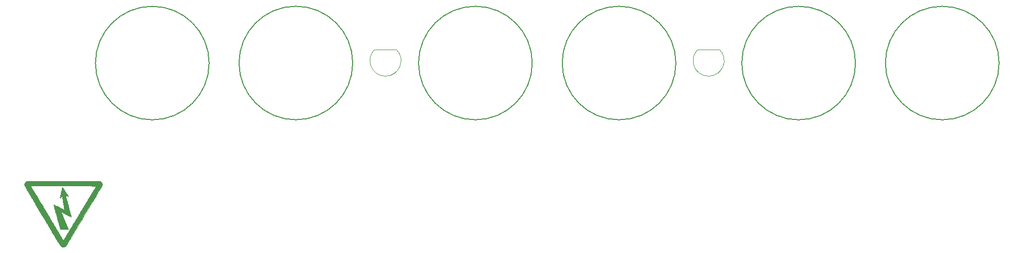
<source format=gbr>
G04 #@! TF.GenerationSoftware,KiCad,Pcbnew,(5.0.2)-1*
G04 #@! TF.CreationDate,2019-03-22T14:40:18+01:00*
G04 #@! TF.ProjectId,NixieClock01A,4e697869-6543-46c6-9f63-6b3031412e6b,rev?*
G04 #@! TF.SameCoordinates,Original*
G04 #@! TF.FileFunction,Legend,Bot*
G04 #@! TF.FilePolarity,Positive*
%FSLAX46Y46*%
G04 Gerber Fmt 4.6, Leading zero omitted, Abs format (unit mm)*
G04 Created by KiCad (PCBNEW (5.0.2)-1) date 03/22/19 14:40:18*
%MOMM*%
%LPD*%
G01*
G04 APERTURE LIST*
%ADD10C,0.120000*%
%ADD11C,0.150000*%
%ADD12C,0.010000*%
G04 APERTURE END LIST*
D10*
G04 #@! TO.C,LA1*
X121170000Y-121750000D02*
X124770000Y-121750000D01*
X121131522Y-121761522D02*
G75*
G03X122970000Y-126200000I1838478J-1838478D01*
G01*
X124808478Y-121761522D02*
G75*
G02X122970000Y-126200000I-1838478J-1838478D01*
G01*
G04 #@! TO.C,LA2*
X175170000Y-121750000D02*
X178770000Y-121750000D01*
X175131522Y-121761522D02*
G75*
G03X176970000Y-126200000I1838478J-1838478D01*
G01*
X178808478Y-121761522D02*
G75*
G02X176970000Y-126200000I-1838478J-1838478D01*
G01*
D11*
G04 #@! TO.C,N3*
X171500000Y-124000000D02*
G75*
G03X171500000Y-124000000I-9500000J0D01*
G01*
G04 #@! TO.C,N1*
X201510734Y-124001499D02*
G75*
G03X201510734Y-124001499I-9500000J0D01*
G01*
G04 #@! TO.C,N2*
X225510334Y-124000899D02*
G75*
G03X225510334Y-124000899I-9500000J0D01*
G01*
G04 #@! TO.C,N4*
X147500000Y-124000000D02*
G75*
G03X147500000Y-124000000I-9500000J0D01*
G01*
G04 #@! TO.C,N5*
X117502000Y-123994000D02*
G75*
G03X117502000Y-123994000I-9500000J0D01*
G01*
G04 #@! TO.C,N6*
X93506000Y-124006001D02*
G75*
G03X93506000Y-124006001I-9500000J0D01*
G01*
D12*
G04 #@! TO.C,G\002A\002A\002A*
G36*
X69135302Y-154770392D02*
X69224438Y-154757512D01*
X69311520Y-154735445D01*
X69386884Y-154706309D01*
X69410461Y-154693812D01*
X69449286Y-154666081D01*
X69497131Y-154624772D01*
X69547299Y-154576259D01*
X69593093Y-154526916D01*
X69618805Y-154495500D01*
X69627640Y-154481593D01*
X69648976Y-154446806D01*
X69682267Y-154392052D01*
X69726965Y-154318244D01*
X69782522Y-154226294D01*
X69848391Y-154117114D01*
X69924025Y-153991617D01*
X70008876Y-153850715D01*
X70102396Y-153695321D01*
X70204039Y-153526347D01*
X70313257Y-153344706D01*
X70429502Y-153151310D01*
X70552227Y-152947070D01*
X70680884Y-152732901D01*
X70814927Y-152509714D01*
X70953808Y-152278421D01*
X71096978Y-152039936D01*
X71243891Y-151795170D01*
X71394000Y-151545036D01*
X71546757Y-151290446D01*
X71701614Y-151032313D01*
X71858024Y-150771549D01*
X72015440Y-150509067D01*
X72173314Y-150245778D01*
X72331099Y-149982596D01*
X72488247Y-149720433D01*
X72644211Y-149460202D01*
X72798443Y-149202814D01*
X72950396Y-148949182D01*
X73099523Y-148700218D01*
X73245276Y-148456836D01*
X73387108Y-148219947D01*
X73524471Y-147990464D01*
X73656818Y-147769299D01*
X73783601Y-147557364D01*
X73904273Y-147355573D01*
X74018287Y-147164837D01*
X74125095Y-146986070D01*
X74224149Y-146820182D01*
X74282086Y-146723100D01*
X74360996Y-146590844D01*
X74442439Y-146454349D01*
X74524349Y-146317075D01*
X74604662Y-146182483D01*
X74681313Y-146054032D01*
X74752238Y-145935183D01*
X74815371Y-145829395D01*
X74868648Y-145740130D01*
X74892153Y-145700750D01*
X75017217Y-145490922D01*
X75129202Y-145302375D01*
X75228321Y-145134744D01*
X75314785Y-144987666D01*
X75388806Y-144860775D01*
X75450596Y-144753708D01*
X75500367Y-144666099D01*
X75538332Y-144597585D01*
X75564701Y-144547802D01*
X75575404Y-144526000D01*
X75597588Y-144475104D01*
X75611655Y-144431739D01*
X75619936Y-144385827D01*
X75624762Y-144327290D01*
X75625764Y-144308235D01*
X75627677Y-144241088D01*
X75625098Y-144188966D01*
X75617021Y-144141734D01*
X75604834Y-144097044D01*
X75565127Y-144001701D01*
X75508690Y-143916482D01*
X75439264Y-143845356D01*
X75360593Y-143792294D01*
X75291950Y-143765086D01*
X75279127Y-143763903D01*
X75249216Y-143762759D01*
X75201865Y-143761652D01*
X75136727Y-143760582D01*
X75053452Y-143759546D01*
X74951691Y-143758545D01*
X74831093Y-143757577D01*
X74691311Y-143756641D01*
X74531994Y-143755735D01*
X74352793Y-143754859D01*
X74153359Y-143754010D01*
X73933343Y-143753189D01*
X73692395Y-143752394D01*
X73430166Y-143751623D01*
X73146307Y-143750876D01*
X72840468Y-143750151D01*
X72512300Y-143749448D01*
X72161454Y-143748764D01*
X71787581Y-143748100D01*
X71390330Y-143747453D01*
X70969353Y-143746823D01*
X70524301Y-143746208D01*
X70054824Y-143745607D01*
X69560573Y-143745019D01*
X69151500Y-143744563D01*
X63061850Y-143737944D01*
X62979561Y-143779335D01*
X62879080Y-143842557D01*
X62794063Y-143921658D01*
X62725965Y-144013354D01*
X62676241Y-144114357D01*
X62646345Y-144221382D01*
X62637734Y-144331141D01*
X62651861Y-144440350D01*
X62665837Y-144487900D01*
X62678498Y-144516500D01*
X62702768Y-144564100D01*
X63664840Y-144564100D01*
X69138670Y-144564100D01*
X69594335Y-144564112D01*
X70025234Y-144564147D01*
X70431999Y-144564207D01*
X70815265Y-144564295D01*
X71175664Y-144564412D01*
X71513831Y-144564561D01*
X71830398Y-144564742D01*
X72125998Y-144564959D01*
X72401266Y-144565213D01*
X72656835Y-144565506D01*
X72893338Y-144565840D01*
X73111409Y-144566216D01*
X73311680Y-144566637D01*
X73494786Y-144567105D01*
X73661360Y-144567621D01*
X73812035Y-144568188D01*
X73947444Y-144568806D01*
X74068222Y-144569479D01*
X74175001Y-144570209D01*
X74268415Y-144570996D01*
X74349097Y-144571843D01*
X74417680Y-144572752D01*
X74474799Y-144573725D01*
X74521087Y-144574764D01*
X74557176Y-144575870D01*
X74583700Y-144577045D01*
X74601294Y-144578292D01*
X74610589Y-144579613D01*
X74612500Y-144580610D01*
X74604370Y-144604805D01*
X74600888Y-144609185D01*
X74591887Y-144622500D01*
X74571367Y-144655099D01*
X74540860Y-144704479D01*
X74501900Y-144768134D01*
X74456021Y-144843560D01*
X74404753Y-144928251D01*
X74349632Y-145019702D01*
X74348671Y-145021300D01*
X74288391Y-145121454D01*
X74217923Y-145238416D01*
X74140234Y-145367266D01*
X74058292Y-145503086D01*
X73975065Y-145640956D01*
X73893522Y-145775957D01*
X73816631Y-145903170D01*
X73793118Y-145942050D01*
X73728483Y-146048946D01*
X73666660Y-146151256D01*
X73609143Y-146246507D01*
X73557422Y-146332224D01*
X73512991Y-146405933D01*
X73477342Y-146465160D01*
X73451967Y-146507429D01*
X73438910Y-146529332D01*
X73416983Y-146566300D01*
X73387171Y-146616189D01*
X73348825Y-146680076D01*
X73301295Y-146759036D01*
X73243932Y-146854148D01*
X73176086Y-146966488D01*
X73097106Y-147097133D01*
X73006345Y-147247161D01*
X72903151Y-147417648D01*
X72885380Y-147447000D01*
X72818204Y-147558004D01*
X72750096Y-147670642D01*
X72683257Y-147781268D01*
X72619890Y-147886234D01*
X72562195Y-147981894D01*
X72512374Y-148064599D01*
X72472629Y-148130702D01*
X72459941Y-148151850D01*
X72427519Y-148205845D01*
X72383810Y-148278481D01*
X72330679Y-148366669D01*
X72269990Y-148467319D01*
X72203607Y-148577340D01*
X72133393Y-148693645D01*
X72061211Y-148813141D01*
X71988927Y-148932741D01*
X71977313Y-148951950D01*
X71906020Y-149069883D01*
X71835196Y-149187080D01*
X71766599Y-149300630D01*
X71701985Y-149407623D01*
X71643112Y-149505150D01*
X71591736Y-149590300D01*
X71549614Y-149660164D01*
X71518503Y-149711832D01*
X71513412Y-149720300D01*
X71487080Y-149764067D01*
X71449116Y-149827104D01*
X71401013Y-149906932D01*
X71344264Y-150001077D01*
X71280362Y-150107062D01*
X71210800Y-150222409D01*
X71137072Y-150344643D01*
X71060671Y-150471287D01*
X70983090Y-150599864D01*
X70973564Y-150615650D01*
X70871209Y-150785268D01*
X70780649Y-150935343D01*
X70700553Y-151068080D01*
X70629594Y-151185681D01*
X70566441Y-151290352D01*
X70509764Y-151384296D01*
X70458235Y-151469718D01*
X70410523Y-151548821D01*
X70365300Y-151623809D01*
X70321236Y-151696886D01*
X70277002Y-151770257D01*
X70231267Y-151846125D01*
X70182703Y-151926695D01*
X70140545Y-151996639D01*
X70092022Y-152077128D01*
X70033046Y-152174924D01*
X69966295Y-152285592D01*
X69894445Y-152404693D01*
X69820172Y-152527792D01*
X69746153Y-152650451D01*
X69675064Y-152768234D01*
X69659692Y-152793700D01*
X69592771Y-152904591D01*
X69524979Y-153016977D01*
X69458502Y-153127231D01*
X69395526Y-153231726D01*
X69338236Y-153326834D01*
X69288819Y-153408928D01*
X69249461Y-153474380D01*
X69236851Y-153495376D01*
X69197187Y-153560838D01*
X69161781Y-153618107D01*
X69132739Y-153663874D01*
X69112164Y-153694827D01*
X69102162Y-153707658D01*
X69101754Y-153707823D01*
X69092973Y-153697307D01*
X69074798Y-153668992D01*
X69050007Y-153627374D01*
X69025302Y-153583998D01*
X69004974Y-153548146D01*
X68973408Y-153493151D01*
X68932215Y-153421779D01*
X68883005Y-153336797D01*
X68827389Y-153240972D01*
X68766977Y-153137072D01*
X68703380Y-153027864D01*
X68638208Y-152916114D01*
X68573072Y-152804589D01*
X68509582Y-152696056D01*
X68449350Y-152593283D01*
X68393985Y-152499037D01*
X68376805Y-152469850D01*
X68341205Y-152409346D01*
X68300354Y-152339826D01*
X68261833Y-152274196D01*
X68253685Y-152260300D01*
X68225989Y-152213240D01*
X68188865Y-152150424D01*
X68145900Y-152077909D01*
X68100683Y-152001752D01*
X68065611Y-151942800D01*
X68023369Y-151871772D01*
X67982640Y-151803111D01*
X67946371Y-151741802D01*
X67917513Y-151692829D01*
X67900302Y-151663400D01*
X67884466Y-151636244D01*
X67862937Y-151599580D01*
X67834772Y-151551817D01*
X67799028Y-151491362D01*
X67754762Y-151416622D01*
X67701030Y-151326006D01*
X67636890Y-151217920D01*
X67561399Y-151090773D01*
X67497955Y-150983950D01*
X67415340Y-150844862D01*
X67344230Y-150725136D01*
X67283153Y-150622296D01*
X67230641Y-150533867D01*
X67185224Y-150457373D01*
X67145432Y-150390340D01*
X67109796Y-150330291D01*
X67076847Y-150274752D01*
X67045114Y-150221247D01*
X67013128Y-150167301D01*
X67011646Y-150164800D01*
X66980660Y-150112595D01*
X66938048Y-150040893D01*
X66885191Y-149952014D01*
X66823472Y-149848280D01*
X66754272Y-149732010D01*
X66678972Y-149605524D01*
X66598955Y-149471143D01*
X66515602Y-149331187D01*
X66430295Y-149187975D01*
X66344415Y-149043828D01*
X66259344Y-148901066D01*
X66176465Y-148762009D01*
X66097158Y-148628978D01*
X66022805Y-148504292D01*
X66005751Y-148475700D01*
X65967868Y-148412188D01*
X65918637Y-148329649D01*
X65859720Y-148230869D01*
X65792780Y-148118636D01*
X65719478Y-147995738D01*
X65641478Y-147864961D01*
X65560442Y-147729092D01*
X65478032Y-147590920D01*
X65395910Y-147453231D01*
X65373257Y-147415250D01*
X65284753Y-147266897D01*
X65190232Y-147108528D01*
X65092116Y-146944197D01*
X64992827Y-146777956D01*
X64894785Y-146613859D01*
X64800414Y-146455959D01*
X64712133Y-146308309D01*
X64632365Y-146174962D01*
X64572771Y-146075400D01*
X64496282Y-145947597D01*
X64415223Y-145812045D01*
X64332193Y-145673095D01*
X64249791Y-145535103D01*
X64170615Y-145402420D01*
X64097264Y-145279399D01*
X64032336Y-145170394D01*
X63988975Y-145097500D01*
X63932678Y-145002949D01*
X63878726Y-144912644D01*
X63828916Y-144829569D01*
X63785045Y-144756710D01*
X63748911Y-144697051D01*
X63722309Y-144653578D01*
X63708014Y-144630775D01*
X63664840Y-144564100D01*
X62702768Y-144564100D01*
X62703028Y-144564609D01*
X62738177Y-144629989D01*
X62782692Y-144710400D01*
X62835324Y-144803602D01*
X62894820Y-144907357D01*
X62959931Y-145019424D01*
X63016988Y-145116550D01*
X63082635Y-145227783D01*
X63146223Y-145335573D01*
X63206209Y-145437302D01*
X63261051Y-145530352D01*
X63309205Y-145612106D01*
X63349131Y-145679946D01*
X63379285Y-145731254D01*
X63398125Y-145763413D01*
X63398614Y-145764250D01*
X63419630Y-145800119D01*
X63453456Y-145857626D01*
X63499964Y-145936553D01*
X63559023Y-146036679D01*
X63630506Y-146157787D01*
X63714282Y-146299658D01*
X63810222Y-146462073D01*
X63918198Y-146644813D01*
X64038080Y-146847660D01*
X64169738Y-147070393D01*
X64313044Y-147312796D01*
X64373620Y-147415250D01*
X64442634Y-147531907D01*
X64520730Y-147663801D01*
X64604002Y-147804342D01*
X64688543Y-147946939D01*
X64770447Y-148085003D01*
X64845807Y-148211944D01*
X64878010Y-148266150D01*
X64949195Y-148386008D01*
X65029009Y-148520509D01*
X65113492Y-148662973D01*
X65198685Y-148806719D01*
X65280626Y-148945066D01*
X65355355Y-149071332D01*
X65386148Y-149123400D01*
X65454716Y-149239333D01*
X65530292Y-149367047D01*
X65609255Y-149500426D01*
X65687979Y-149633349D01*
X65762842Y-149759700D01*
X65830221Y-149873358D01*
X65859963Y-149923500D01*
X65922158Y-150028383D01*
X65988795Y-150140844D01*
X66056545Y-150255257D01*
X66122079Y-150366000D01*
X66182068Y-150467447D01*
X66233182Y-150553976D01*
X66243348Y-150571200D01*
X66299059Y-150665525D01*
X66360971Y-150770196D01*
X66424544Y-150877543D01*
X66485233Y-150979899D01*
X66538497Y-151069592D01*
X66547986Y-151085550D01*
X66592771Y-151160924D01*
X66635772Y-151233442D01*
X66674372Y-151298677D01*
X66705953Y-151352205D01*
X66727898Y-151389602D01*
X66732030Y-151396700D01*
X66749099Y-151425899D01*
X66777013Y-151473379D01*
X66813666Y-151535572D01*
X66856954Y-151608910D01*
X66904772Y-151689824D01*
X66955013Y-151774745D01*
X66960522Y-151784050D01*
X67018605Y-151882224D01*
X67085562Y-151995509D01*
X67157389Y-152117123D01*
X67230082Y-152240285D01*
X67299637Y-152358213D01*
X67357941Y-152457150D01*
X67472760Y-152651925D01*
X67583323Y-152839154D01*
X67688703Y-153017279D01*
X67787975Y-153184744D01*
X67880211Y-153339991D01*
X67964485Y-153481465D01*
X68039871Y-153607608D01*
X68105442Y-153716863D01*
X68160271Y-153807673D01*
X68203433Y-153878481D01*
X68211907Y-153892250D01*
X68281872Y-154005432D01*
X68341517Y-154101408D01*
X68390189Y-154179137D01*
X68427233Y-154237574D01*
X68451995Y-154275677D01*
X68457443Y-154283731D01*
X68529137Y-154386299D01*
X68590251Y-154469869D01*
X68643360Y-154537174D01*
X68691035Y-154590944D01*
X68735851Y-154633911D01*
X68780381Y-154668807D01*
X68827200Y-154698363D01*
X68868869Y-154720415D01*
X68929876Y-154747648D01*
X68983529Y-154763366D01*
X69042859Y-154771202D01*
X69053777Y-154771969D01*
X69135302Y-154770392D01*
X69135302Y-154770392D01*
G37*
X69135302Y-154770392D02*
X69224438Y-154757512D01*
X69311520Y-154735445D01*
X69386884Y-154706309D01*
X69410461Y-154693812D01*
X69449286Y-154666081D01*
X69497131Y-154624772D01*
X69547299Y-154576259D01*
X69593093Y-154526916D01*
X69618805Y-154495500D01*
X69627640Y-154481593D01*
X69648976Y-154446806D01*
X69682267Y-154392052D01*
X69726965Y-154318244D01*
X69782522Y-154226294D01*
X69848391Y-154117114D01*
X69924025Y-153991617D01*
X70008876Y-153850715D01*
X70102396Y-153695321D01*
X70204039Y-153526347D01*
X70313257Y-153344706D01*
X70429502Y-153151310D01*
X70552227Y-152947070D01*
X70680884Y-152732901D01*
X70814927Y-152509714D01*
X70953808Y-152278421D01*
X71096978Y-152039936D01*
X71243891Y-151795170D01*
X71394000Y-151545036D01*
X71546757Y-151290446D01*
X71701614Y-151032313D01*
X71858024Y-150771549D01*
X72015440Y-150509067D01*
X72173314Y-150245778D01*
X72331099Y-149982596D01*
X72488247Y-149720433D01*
X72644211Y-149460202D01*
X72798443Y-149202814D01*
X72950396Y-148949182D01*
X73099523Y-148700218D01*
X73245276Y-148456836D01*
X73387108Y-148219947D01*
X73524471Y-147990464D01*
X73656818Y-147769299D01*
X73783601Y-147557364D01*
X73904273Y-147355573D01*
X74018287Y-147164837D01*
X74125095Y-146986070D01*
X74224149Y-146820182D01*
X74282086Y-146723100D01*
X74360996Y-146590844D01*
X74442439Y-146454349D01*
X74524349Y-146317075D01*
X74604662Y-146182483D01*
X74681313Y-146054032D01*
X74752238Y-145935183D01*
X74815371Y-145829395D01*
X74868648Y-145740130D01*
X74892153Y-145700750D01*
X75017217Y-145490922D01*
X75129202Y-145302375D01*
X75228321Y-145134744D01*
X75314785Y-144987666D01*
X75388806Y-144860775D01*
X75450596Y-144753708D01*
X75500367Y-144666099D01*
X75538332Y-144597585D01*
X75564701Y-144547802D01*
X75575404Y-144526000D01*
X75597588Y-144475104D01*
X75611655Y-144431739D01*
X75619936Y-144385827D01*
X75624762Y-144327290D01*
X75625764Y-144308235D01*
X75627677Y-144241088D01*
X75625098Y-144188966D01*
X75617021Y-144141734D01*
X75604834Y-144097044D01*
X75565127Y-144001701D01*
X75508690Y-143916482D01*
X75439264Y-143845356D01*
X75360593Y-143792294D01*
X75291950Y-143765086D01*
X75279127Y-143763903D01*
X75249216Y-143762759D01*
X75201865Y-143761652D01*
X75136727Y-143760582D01*
X75053452Y-143759546D01*
X74951691Y-143758545D01*
X74831093Y-143757577D01*
X74691311Y-143756641D01*
X74531994Y-143755735D01*
X74352793Y-143754859D01*
X74153359Y-143754010D01*
X73933343Y-143753189D01*
X73692395Y-143752394D01*
X73430166Y-143751623D01*
X73146307Y-143750876D01*
X72840468Y-143750151D01*
X72512300Y-143749448D01*
X72161454Y-143748764D01*
X71787581Y-143748100D01*
X71390330Y-143747453D01*
X70969353Y-143746823D01*
X70524301Y-143746208D01*
X70054824Y-143745607D01*
X69560573Y-143745019D01*
X69151500Y-143744563D01*
X63061850Y-143737944D01*
X62979561Y-143779335D01*
X62879080Y-143842557D01*
X62794063Y-143921658D01*
X62725965Y-144013354D01*
X62676241Y-144114357D01*
X62646345Y-144221382D01*
X62637734Y-144331141D01*
X62651861Y-144440350D01*
X62665837Y-144487900D01*
X62678498Y-144516500D01*
X62702768Y-144564100D01*
X63664840Y-144564100D01*
X69138670Y-144564100D01*
X69594335Y-144564112D01*
X70025234Y-144564147D01*
X70431999Y-144564207D01*
X70815265Y-144564295D01*
X71175664Y-144564412D01*
X71513831Y-144564561D01*
X71830398Y-144564742D01*
X72125998Y-144564959D01*
X72401266Y-144565213D01*
X72656835Y-144565506D01*
X72893338Y-144565840D01*
X73111409Y-144566216D01*
X73311680Y-144566637D01*
X73494786Y-144567105D01*
X73661360Y-144567621D01*
X73812035Y-144568188D01*
X73947444Y-144568806D01*
X74068222Y-144569479D01*
X74175001Y-144570209D01*
X74268415Y-144570996D01*
X74349097Y-144571843D01*
X74417680Y-144572752D01*
X74474799Y-144573725D01*
X74521087Y-144574764D01*
X74557176Y-144575870D01*
X74583700Y-144577045D01*
X74601294Y-144578292D01*
X74610589Y-144579613D01*
X74612500Y-144580610D01*
X74604370Y-144604805D01*
X74600888Y-144609185D01*
X74591887Y-144622500D01*
X74571367Y-144655099D01*
X74540860Y-144704479D01*
X74501900Y-144768134D01*
X74456021Y-144843560D01*
X74404753Y-144928251D01*
X74349632Y-145019702D01*
X74348671Y-145021300D01*
X74288391Y-145121454D01*
X74217923Y-145238416D01*
X74140234Y-145367266D01*
X74058292Y-145503086D01*
X73975065Y-145640956D01*
X73893522Y-145775957D01*
X73816631Y-145903170D01*
X73793118Y-145942050D01*
X73728483Y-146048946D01*
X73666660Y-146151256D01*
X73609143Y-146246507D01*
X73557422Y-146332224D01*
X73512991Y-146405933D01*
X73477342Y-146465160D01*
X73451967Y-146507429D01*
X73438910Y-146529332D01*
X73416983Y-146566300D01*
X73387171Y-146616189D01*
X73348825Y-146680076D01*
X73301295Y-146759036D01*
X73243932Y-146854148D01*
X73176086Y-146966488D01*
X73097106Y-147097133D01*
X73006345Y-147247161D01*
X72903151Y-147417648D01*
X72885380Y-147447000D01*
X72818204Y-147558004D01*
X72750096Y-147670642D01*
X72683257Y-147781268D01*
X72619890Y-147886234D01*
X72562195Y-147981894D01*
X72512374Y-148064599D01*
X72472629Y-148130702D01*
X72459941Y-148151850D01*
X72427519Y-148205845D01*
X72383810Y-148278481D01*
X72330679Y-148366669D01*
X72269990Y-148467319D01*
X72203607Y-148577340D01*
X72133393Y-148693645D01*
X72061211Y-148813141D01*
X71988927Y-148932741D01*
X71977313Y-148951950D01*
X71906020Y-149069883D01*
X71835196Y-149187080D01*
X71766599Y-149300630D01*
X71701985Y-149407623D01*
X71643112Y-149505150D01*
X71591736Y-149590300D01*
X71549614Y-149660164D01*
X71518503Y-149711832D01*
X71513412Y-149720300D01*
X71487080Y-149764067D01*
X71449116Y-149827104D01*
X71401013Y-149906932D01*
X71344264Y-150001077D01*
X71280362Y-150107062D01*
X71210800Y-150222409D01*
X71137072Y-150344643D01*
X71060671Y-150471287D01*
X70983090Y-150599864D01*
X70973564Y-150615650D01*
X70871209Y-150785268D01*
X70780649Y-150935343D01*
X70700553Y-151068080D01*
X70629594Y-151185681D01*
X70566441Y-151290352D01*
X70509764Y-151384296D01*
X70458235Y-151469718D01*
X70410523Y-151548821D01*
X70365300Y-151623809D01*
X70321236Y-151696886D01*
X70277002Y-151770257D01*
X70231267Y-151846125D01*
X70182703Y-151926695D01*
X70140545Y-151996639D01*
X70092022Y-152077128D01*
X70033046Y-152174924D01*
X69966295Y-152285592D01*
X69894445Y-152404693D01*
X69820172Y-152527792D01*
X69746153Y-152650451D01*
X69675064Y-152768234D01*
X69659692Y-152793700D01*
X69592771Y-152904591D01*
X69524979Y-153016977D01*
X69458502Y-153127231D01*
X69395526Y-153231726D01*
X69338236Y-153326834D01*
X69288819Y-153408928D01*
X69249461Y-153474380D01*
X69236851Y-153495376D01*
X69197187Y-153560838D01*
X69161781Y-153618107D01*
X69132739Y-153663874D01*
X69112164Y-153694827D01*
X69102162Y-153707658D01*
X69101754Y-153707823D01*
X69092973Y-153697307D01*
X69074798Y-153668992D01*
X69050007Y-153627374D01*
X69025302Y-153583998D01*
X69004974Y-153548146D01*
X68973408Y-153493151D01*
X68932215Y-153421779D01*
X68883005Y-153336797D01*
X68827389Y-153240972D01*
X68766977Y-153137072D01*
X68703380Y-153027864D01*
X68638208Y-152916114D01*
X68573072Y-152804589D01*
X68509582Y-152696056D01*
X68449350Y-152593283D01*
X68393985Y-152499037D01*
X68376805Y-152469850D01*
X68341205Y-152409346D01*
X68300354Y-152339826D01*
X68261833Y-152274196D01*
X68253685Y-152260300D01*
X68225989Y-152213240D01*
X68188865Y-152150424D01*
X68145900Y-152077909D01*
X68100683Y-152001752D01*
X68065611Y-151942800D01*
X68023369Y-151871772D01*
X67982640Y-151803111D01*
X67946371Y-151741802D01*
X67917513Y-151692829D01*
X67900302Y-151663400D01*
X67884466Y-151636244D01*
X67862937Y-151599580D01*
X67834772Y-151551817D01*
X67799028Y-151491362D01*
X67754762Y-151416622D01*
X67701030Y-151326006D01*
X67636890Y-151217920D01*
X67561399Y-151090773D01*
X67497955Y-150983950D01*
X67415340Y-150844862D01*
X67344230Y-150725136D01*
X67283153Y-150622296D01*
X67230641Y-150533867D01*
X67185224Y-150457373D01*
X67145432Y-150390340D01*
X67109796Y-150330291D01*
X67076847Y-150274752D01*
X67045114Y-150221247D01*
X67013128Y-150167301D01*
X67011646Y-150164800D01*
X66980660Y-150112595D01*
X66938048Y-150040893D01*
X66885191Y-149952014D01*
X66823472Y-149848280D01*
X66754272Y-149732010D01*
X66678972Y-149605524D01*
X66598955Y-149471143D01*
X66515602Y-149331187D01*
X66430295Y-149187975D01*
X66344415Y-149043828D01*
X66259344Y-148901066D01*
X66176465Y-148762009D01*
X66097158Y-148628978D01*
X66022805Y-148504292D01*
X66005751Y-148475700D01*
X65967868Y-148412188D01*
X65918637Y-148329649D01*
X65859720Y-148230869D01*
X65792780Y-148118636D01*
X65719478Y-147995738D01*
X65641478Y-147864961D01*
X65560442Y-147729092D01*
X65478032Y-147590920D01*
X65395910Y-147453231D01*
X65373257Y-147415250D01*
X65284753Y-147266897D01*
X65190232Y-147108528D01*
X65092116Y-146944197D01*
X64992827Y-146777956D01*
X64894785Y-146613859D01*
X64800414Y-146455959D01*
X64712133Y-146308309D01*
X64632365Y-146174962D01*
X64572771Y-146075400D01*
X64496282Y-145947597D01*
X64415223Y-145812045D01*
X64332193Y-145673095D01*
X64249791Y-145535103D01*
X64170615Y-145402420D01*
X64097264Y-145279399D01*
X64032336Y-145170394D01*
X63988975Y-145097500D01*
X63932678Y-145002949D01*
X63878726Y-144912644D01*
X63828916Y-144829569D01*
X63785045Y-144756710D01*
X63748911Y-144697051D01*
X63722309Y-144653578D01*
X63708014Y-144630775D01*
X63664840Y-144564100D01*
X62702768Y-144564100D01*
X62703028Y-144564609D01*
X62738177Y-144629989D01*
X62782692Y-144710400D01*
X62835324Y-144803602D01*
X62894820Y-144907357D01*
X62959931Y-145019424D01*
X63016988Y-145116550D01*
X63082635Y-145227783D01*
X63146223Y-145335573D01*
X63206209Y-145437302D01*
X63261051Y-145530352D01*
X63309205Y-145612106D01*
X63349131Y-145679946D01*
X63379285Y-145731254D01*
X63398125Y-145763413D01*
X63398614Y-145764250D01*
X63419630Y-145800119D01*
X63453456Y-145857626D01*
X63499964Y-145936553D01*
X63559023Y-146036679D01*
X63630506Y-146157787D01*
X63714282Y-146299658D01*
X63810222Y-146462073D01*
X63918198Y-146644813D01*
X64038080Y-146847660D01*
X64169738Y-147070393D01*
X64313044Y-147312796D01*
X64373620Y-147415250D01*
X64442634Y-147531907D01*
X64520730Y-147663801D01*
X64604002Y-147804342D01*
X64688543Y-147946939D01*
X64770447Y-148085003D01*
X64845807Y-148211944D01*
X64878010Y-148266150D01*
X64949195Y-148386008D01*
X65029009Y-148520509D01*
X65113492Y-148662973D01*
X65198685Y-148806719D01*
X65280626Y-148945066D01*
X65355355Y-149071332D01*
X65386148Y-149123400D01*
X65454716Y-149239333D01*
X65530292Y-149367047D01*
X65609255Y-149500426D01*
X65687979Y-149633349D01*
X65762842Y-149759700D01*
X65830221Y-149873358D01*
X65859963Y-149923500D01*
X65922158Y-150028383D01*
X65988795Y-150140844D01*
X66056545Y-150255257D01*
X66122079Y-150366000D01*
X66182068Y-150467447D01*
X66233182Y-150553976D01*
X66243348Y-150571200D01*
X66299059Y-150665525D01*
X66360971Y-150770196D01*
X66424544Y-150877543D01*
X66485233Y-150979899D01*
X66538497Y-151069592D01*
X66547986Y-151085550D01*
X66592771Y-151160924D01*
X66635772Y-151233442D01*
X66674372Y-151298677D01*
X66705953Y-151352205D01*
X66727898Y-151389602D01*
X66732030Y-151396700D01*
X66749099Y-151425899D01*
X66777013Y-151473379D01*
X66813666Y-151535572D01*
X66856954Y-151608910D01*
X66904772Y-151689824D01*
X66955013Y-151774745D01*
X66960522Y-151784050D01*
X67018605Y-151882224D01*
X67085562Y-151995509D01*
X67157389Y-152117123D01*
X67230082Y-152240285D01*
X67299637Y-152358213D01*
X67357941Y-152457150D01*
X67472760Y-152651925D01*
X67583323Y-152839154D01*
X67688703Y-153017279D01*
X67787975Y-153184744D01*
X67880211Y-153339991D01*
X67964485Y-153481465D01*
X68039871Y-153607608D01*
X68105442Y-153716863D01*
X68160271Y-153807673D01*
X68203433Y-153878481D01*
X68211907Y-153892250D01*
X68281872Y-154005432D01*
X68341517Y-154101408D01*
X68390189Y-154179137D01*
X68427233Y-154237574D01*
X68451995Y-154275677D01*
X68457443Y-154283731D01*
X68529137Y-154386299D01*
X68590251Y-154469869D01*
X68643360Y-154537174D01*
X68691035Y-154590944D01*
X68735851Y-154633911D01*
X68780381Y-154668807D01*
X68827200Y-154698363D01*
X68868869Y-154720415D01*
X68929876Y-154747648D01*
X68983529Y-154763366D01*
X69042859Y-154771202D01*
X69053777Y-154771969D01*
X69135302Y-154770392D01*
G36*
X69463984Y-151841087D02*
X69592913Y-151840720D01*
X69699804Y-151840059D01*
X69786336Y-151839064D01*
X69854190Y-151837694D01*
X69905046Y-151835910D01*
X69940583Y-151833670D01*
X69962483Y-151830935D01*
X69972426Y-151827664D01*
X69973312Y-151825325D01*
X69965176Y-151805527D01*
X69948671Y-151765654D01*
X69925199Y-151709075D01*
X69896162Y-151639160D01*
X69862962Y-151559281D01*
X69827002Y-151472805D01*
X69789683Y-151383105D01*
X69752407Y-151293549D01*
X69716577Y-151207507D01*
X69683595Y-151128350D01*
X69654862Y-151059447D01*
X69631781Y-151004169D01*
X69615753Y-150965886D01*
X69615339Y-150964900D01*
X69588278Y-150900323D01*
X69555538Y-150821992D01*
X69521175Y-150739616D01*
X69489241Y-150662902D01*
X69488076Y-150660100D01*
X69459716Y-150592035D01*
X69432023Y-150525860D01*
X69407796Y-150468242D01*
X69389832Y-150425851D01*
X69386814Y-150418800D01*
X69377504Y-150396762D01*
X69359723Y-150354334D01*
X69334490Y-150293962D01*
X69302823Y-150218090D01*
X69265738Y-150129166D01*
X69224255Y-150029635D01*
X69179391Y-149921943D01*
X69132164Y-149808536D01*
X69083592Y-149691860D01*
X69034692Y-149574359D01*
X68986483Y-149458481D01*
X68939983Y-149346672D01*
X68896209Y-149241376D01*
X68856179Y-149145040D01*
X68820911Y-149060109D01*
X68791424Y-148989030D01*
X68768734Y-148934248D01*
X68753860Y-148898209D01*
X68747950Y-148883698D01*
X68756937Y-148884692D01*
X68785681Y-148896143D01*
X68831418Y-148916763D01*
X68891383Y-148945262D01*
X68962814Y-148980348D01*
X69042947Y-149020734D01*
X69057460Y-149028148D01*
X69281901Y-149143049D01*
X69486080Y-149247606D01*
X69672355Y-149343028D01*
X69843085Y-149430523D01*
X70000629Y-149511300D01*
X70147345Y-149586567D01*
X70169909Y-149598147D01*
X70244630Y-149636373D01*
X70311585Y-149670391D01*
X70367551Y-149698584D01*
X70409302Y-149719332D01*
X70433613Y-149731015D01*
X70438474Y-149733000D01*
X70438884Y-149729001D01*
X70436667Y-149715908D01*
X70431402Y-149692079D01*
X70422671Y-149655872D01*
X70410054Y-149605645D01*
X70393130Y-149539754D01*
X70371482Y-149456558D01*
X70344689Y-149354414D01*
X70312331Y-149231681D01*
X70273990Y-149086714D01*
X70256795Y-149021800D01*
X70231699Y-148927015D01*
X70204088Y-148822596D01*
X70176399Y-148717776D01*
X70151072Y-148621788D01*
X70136003Y-148564600D01*
X70113496Y-148479203D01*
X70087001Y-148378808D01*
X70059039Y-148272968D01*
X70032135Y-148171237D01*
X70016916Y-148113750D01*
X69947962Y-147853403D01*
X69885242Y-147616521D01*
X69828474Y-147402023D01*
X69777374Y-147208825D01*
X69731661Y-147035845D01*
X69691050Y-146881998D01*
X69655259Y-146746203D01*
X69624006Y-146627375D01*
X69597007Y-146524432D01*
X69573979Y-146436290D01*
X69554640Y-146361867D01*
X69538707Y-146300079D01*
X69525897Y-146249843D01*
X69515927Y-146210076D01*
X69508514Y-146179695D01*
X69503376Y-146157617D01*
X69500229Y-146142759D01*
X69498791Y-146134037D01*
X69498779Y-146130368D01*
X69498906Y-146130161D01*
X69511583Y-146133232D01*
X69544169Y-146144596D01*
X69593078Y-146162903D01*
X69654718Y-146186804D01*
X69725504Y-146214950D01*
X69741930Y-146221570D01*
X69814218Y-146250484D01*
X69878117Y-146275486D01*
X69930048Y-146295220D01*
X69966427Y-146308331D01*
X69983674Y-146313464D01*
X69984546Y-146313388D01*
X69979540Y-146301299D01*
X69961527Y-146270279D01*
X69931859Y-146222343D01*
X69891890Y-146159510D01*
X69842974Y-146083799D01*
X69786462Y-145997226D01*
X69723708Y-145901810D01*
X69656065Y-145799570D01*
X69584887Y-145692522D01*
X69511526Y-145582684D01*
X69437336Y-145472076D01*
X69363669Y-145362714D01*
X69291880Y-145256617D01*
X69223320Y-145155802D01*
X69159343Y-145062288D01*
X69101303Y-144978092D01*
X69050552Y-144905233D01*
X69008443Y-144845728D01*
X68976330Y-144801595D01*
X68955565Y-144774852D01*
X68947826Y-144767300D01*
X68943764Y-144779375D01*
X68935359Y-144814027D01*
X68923107Y-144868901D01*
X68907506Y-144941640D01*
X68889052Y-145029888D01*
X68868243Y-145131287D01*
X68845577Y-145243482D01*
X68821549Y-145364115D01*
X68815888Y-145392775D01*
X68784723Y-145549701D01*
X68753730Y-145703636D01*
X68723378Y-145852374D01*
X68694140Y-145993711D01*
X68666484Y-146125442D01*
X68640883Y-146245359D01*
X68617806Y-146351260D01*
X68597724Y-146440937D01*
X68581108Y-146512186D01*
X68568429Y-146562802D01*
X68560464Y-146589750D01*
X68566113Y-146588994D01*
X68587179Y-146572402D01*
X68621201Y-146542183D01*
X68665717Y-146500546D01*
X68718268Y-146449697D01*
X68735652Y-146432561D01*
X68795808Y-146374082D01*
X68848109Y-146325334D01*
X68890152Y-146288422D01*
X68919533Y-146265453D01*
X68933848Y-146258530D01*
X68934200Y-146258686D01*
X68945590Y-146277160D01*
X68948328Y-146295225D01*
X68950323Y-146315631D01*
X68955886Y-146356994D01*
X68964412Y-146415219D01*
X68975295Y-146486208D01*
X68987929Y-146565863D01*
X68992826Y-146596100D01*
X69009334Y-146698043D01*
X69028386Y-146816674D01*
X69049398Y-146948292D01*
X69071789Y-147089199D01*
X69094976Y-147235697D01*
X69118379Y-147384084D01*
X69141413Y-147530663D01*
X69163499Y-147671734D01*
X69184052Y-147803598D01*
X69202492Y-147922556D01*
X69218236Y-148024908D01*
X69230703Y-148106955D01*
X69233626Y-148126450D01*
X69244674Y-148199859D01*
X69254850Y-148266422D01*
X69263396Y-148321249D01*
X69269550Y-148359447D01*
X69272111Y-148374100D01*
X69276750Y-148403683D01*
X69282373Y-148447797D01*
X69286627Y-148486168D01*
X69294900Y-148566486D01*
X68390326Y-148114164D01*
X68206857Y-148022616D01*
X68045485Y-147942510D01*
X67905743Y-147873625D01*
X67787165Y-147815736D01*
X67689286Y-147768621D01*
X67611638Y-147732057D01*
X67553757Y-147705821D01*
X67515175Y-147689689D01*
X67495427Y-147683440D01*
X67492477Y-147684596D01*
X67497603Y-147702771D01*
X67508455Y-147741817D01*
X67524029Y-147798114D01*
X67543327Y-147868039D01*
X67565347Y-147947971D01*
X67583002Y-148012150D01*
X67652210Y-148263835D01*
X67716189Y-148496423D01*
X67774710Y-148709084D01*
X67827544Y-148900987D01*
X67874463Y-149071298D01*
X67915237Y-149219187D01*
X67949637Y-149343822D01*
X67964180Y-149396450D01*
X67983948Y-149468126D01*
X68008609Y-149557804D01*
X68036378Y-149658977D01*
X68065470Y-149765142D01*
X68094100Y-149869793D01*
X68108772Y-149923500D01*
X68137171Y-150027340D01*
X68167717Y-150138716D01*
X68198437Y-150250461D01*
X68227359Y-150355406D01*
X68252513Y-150446381D01*
X68262479Y-150482300D01*
X68286960Y-150570765D01*
X68312853Y-150664952D01*
X68337913Y-150756654D01*
X68359895Y-150837666D01*
X68371909Y-150882350D01*
X68392555Y-150958925D01*
X68415022Y-151041195D01*
X68436424Y-151118653D01*
X68452076Y-151174450D01*
X68467359Y-151228829D01*
X68487413Y-151300918D01*
X68510356Y-151383915D01*
X68534308Y-151471018D01*
X68553931Y-151542750D01*
X68574924Y-151619012D01*
X68594365Y-151688351D01*
X68611017Y-151746458D01*
X68623644Y-151789024D01*
X68631010Y-151811742D01*
X68631357Y-151812626D01*
X68642955Y-151841201D01*
X69311336Y-151841201D01*
X69463984Y-151841087D01*
X69463984Y-151841087D01*
G37*
X69463984Y-151841087D02*
X69592913Y-151840720D01*
X69699804Y-151840059D01*
X69786336Y-151839064D01*
X69854190Y-151837694D01*
X69905046Y-151835910D01*
X69940583Y-151833670D01*
X69962483Y-151830935D01*
X69972426Y-151827664D01*
X69973312Y-151825325D01*
X69965176Y-151805527D01*
X69948671Y-151765654D01*
X69925199Y-151709075D01*
X69896162Y-151639160D01*
X69862962Y-151559281D01*
X69827002Y-151472805D01*
X69789683Y-151383105D01*
X69752407Y-151293549D01*
X69716577Y-151207507D01*
X69683595Y-151128350D01*
X69654862Y-151059447D01*
X69631781Y-151004169D01*
X69615753Y-150965886D01*
X69615339Y-150964900D01*
X69588278Y-150900323D01*
X69555538Y-150821992D01*
X69521175Y-150739616D01*
X69489241Y-150662902D01*
X69488076Y-150660100D01*
X69459716Y-150592035D01*
X69432023Y-150525860D01*
X69407796Y-150468242D01*
X69389832Y-150425851D01*
X69386814Y-150418800D01*
X69377504Y-150396762D01*
X69359723Y-150354334D01*
X69334490Y-150293962D01*
X69302823Y-150218090D01*
X69265738Y-150129166D01*
X69224255Y-150029635D01*
X69179391Y-149921943D01*
X69132164Y-149808536D01*
X69083592Y-149691860D01*
X69034692Y-149574359D01*
X68986483Y-149458481D01*
X68939983Y-149346672D01*
X68896209Y-149241376D01*
X68856179Y-149145040D01*
X68820911Y-149060109D01*
X68791424Y-148989030D01*
X68768734Y-148934248D01*
X68753860Y-148898209D01*
X68747950Y-148883698D01*
X68756937Y-148884692D01*
X68785681Y-148896143D01*
X68831418Y-148916763D01*
X68891383Y-148945262D01*
X68962814Y-148980348D01*
X69042947Y-149020734D01*
X69057460Y-149028148D01*
X69281901Y-149143049D01*
X69486080Y-149247606D01*
X69672355Y-149343028D01*
X69843085Y-149430523D01*
X70000629Y-149511300D01*
X70147345Y-149586567D01*
X70169909Y-149598147D01*
X70244630Y-149636373D01*
X70311585Y-149670391D01*
X70367551Y-149698584D01*
X70409302Y-149719332D01*
X70433613Y-149731015D01*
X70438474Y-149733000D01*
X70438884Y-149729001D01*
X70436667Y-149715908D01*
X70431402Y-149692079D01*
X70422671Y-149655872D01*
X70410054Y-149605645D01*
X70393130Y-149539754D01*
X70371482Y-149456558D01*
X70344689Y-149354414D01*
X70312331Y-149231681D01*
X70273990Y-149086714D01*
X70256795Y-149021800D01*
X70231699Y-148927015D01*
X70204088Y-148822596D01*
X70176399Y-148717776D01*
X70151072Y-148621788D01*
X70136003Y-148564600D01*
X70113496Y-148479203D01*
X70087001Y-148378808D01*
X70059039Y-148272968D01*
X70032135Y-148171237D01*
X70016916Y-148113750D01*
X69947962Y-147853403D01*
X69885242Y-147616521D01*
X69828474Y-147402023D01*
X69777374Y-147208825D01*
X69731661Y-147035845D01*
X69691050Y-146881998D01*
X69655259Y-146746203D01*
X69624006Y-146627375D01*
X69597007Y-146524432D01*
X69573979Y-146436290D01*
X69554640Y-146361867D01*
X69538707Y-146300079D01*
X69525897Y-146249843D01*
X69515927Y-146210076D01*
X69508514Y-146179695D01*
X69503376Y-146157617D01*
X69500229Y-146142759D01*
X69498791Y-146134037D01*
X69498779Y-146130368D01*
X69498906Y-146130161D01*
X69511583Y-146133232D01*
X69544169Y-146144596D01*
X69593078Y-146162903D01*
X69654718Y-146186804D01*
X69725504Y-146214950D01*
X69741930Y-146221570D01*
X69814218Y-146250484D01*
X69878117Y-146275486D01*
X69930048Y-146295220D01*
X69966427Y-146308331D01*
X69983674Y-146313464D01*
X69984546Y-146313388D01*
X69979540Y-146301299D01*
X69961527Y-146270279D01*
X69931859Y-146222343D01*
X69891890Y-146159510D01*
X69842974Y-146083799D01*
X69786462Y-145997226D01*
X69723708Y-145901810D01*
X69656065Y-145799570D01*
X69584887Y-145692522D01*
X69511526Y-145582684D01*
X69437336Y-145472076D01*
X69363669Y-145362714D01*
X69291880Y-145256617D01*
X69223320Y-145155802D01*
X69159343Y-145062288D01*
X69101303Y-144978092D01*
X69050552Y-144905233D01*
X69008443Y-144845728D01*
X68976330Y-144801595D01*
X68955565Y-144774852D01*
X68947826Y-144767300D01*
X68943764Y-144779375D01*
X68935359Y-144814027D01*
X68923107Y-144868901D01*
X68907506Y-144941640D01*
X68889052Y-145029888D01*
X68868243Y-145131287D01*
X68845577Y-145243482D01*
X68821549Y-145364115D01*
X68815888Y-145392775D01*
X68784723Y-145549701D01*
X68753730Y-145703636D01*
X68723378Y-145852374D01*
X68694140Y-145993711D01*
X68666484Y-146125442D01*
X68640883Y-146245359D01*
X68617806Y-146351260D01*
X68597724Y-146440937D01*
X68581108Y-146512186D01*
X68568429Y-146562802D01*
X68560464Y-146589750D01*
X68566113Y-146588994D01*
X68587179Y-146572402D01*
X68621201Y-146542183D01*
X68665717Y-146500546D01*
X68718268Y-146449697D01*
X68735652Y-146432561D01*
X68795808Y-146374082D01*
X68848109Y-146325334D01*
X68890152Y-146288422D01*
X68919533Y-146265453D01*
X68933848Y-146258530D01*
X68934200Y-146258686D01*
X68945590Y-146277160D01*
X68948328Y-146295225D01*
X68950323Y-146315631D01*
X68955886Y-146356994D01*
X68964412Y-146415219D01*
X68975295Y-146486208D01*
X68987929Y-146565863D01*
X68992826Y-146596100D01*
X69009334Y-146698043D01*
X69028386Y-146816674D01*
X69049398Y-146948292D01*
X69071789Y-147089199D01*
X69094976Y-147235697D01*
X69118379Y-147384084D01*
X69141413Y-147530663D01*
X69163499Y-147671734D01*
X69184052Y-147803598D01*
X69202492Y-147922556D01*
X69218236Y-148024908D01*
X69230703Y-148106955D01*
X69233626Y-148126450D01*
X69244674Y-148199859D01*
X69254850Y-148266422D01*
X69263396Y-148321249D01*
X69269550Y-148359447D01*
X69272111Y-148374100D01*
X69276750Y-148403683D01*
X69282373Y-148447797D01*
X69286627Y-148486168D01*
X69294900Y-148566486D01*
X68390326Y-148114164D01*
X68206857Y-148022616D01*
X68045485Y-147942510D01*
X67905743Y-147873625D01*
X67787165Y-147815736D01*
X67689286Y-147768621D01*
X67611638Y-147732057D01*
X67553757Y-147705821D01*
X67515175Y-147689689D01*
X67495427Y-147683440D01*
X67492477Y-147684596D01*
X67497603Y-147702771D01*
X67508455Y-147741817D01*
X67524029Y-147798114D01*
X67543327Y-147868039D01*
X67565347Y-147947971D01*
X67583002Y-148012150D01*
X67652210Y-148263835D01*
X67716189Y-148496423D01*
X67774710Y-148709084D01*
X67827544Y-148900987D01*
X67874463Y-149071298D01*
X67915237Y-149219187D01*
X67949637Y-149343822D01*
X67964180Y-149396450D01*
X67983948Y-149468126D01*
X68008609Y-149557804D01*
X68036378Y-149658977D01*
X68065470Y-149765142D01*
X68094100Y-149869793D01*
X68108772Y-149923500D01*
X68137171Y-150027340D01*
X68167717Y-150138716D01*
X68198437Y-150250461D01*
X68227359Y-150355406D01*
X68252513Y-150446381D01*
X68262479Y-150482300D01*
X68286960Y-150570765D01*
X68312853Y-150664952D01*
X68337913Y-150756654D01*
X68359895Y-150837666D01*
X68371909Y-150882350D01*
X68392555Y-150958925D01*
X68415022Y-151041195D01*
X68436424Y-151118653D01*
X68452076Y-151174450D01*
X68467359Y-151228829D01*
X68487413Y-151300918D01*
X68510356Y-151383915D01*
X68534308Y-151471018D01*
X68553931Y-151542750D01*
X68574924Y-151619012D01*
X68594365Y-151688351D01*
X68611017Y-151746458D01*
X68623644Y-151789024D01*
X68631010Y-151811742D01*
X68631357Y-151812626D01*
X68642955Y-151841201D01*
X69311336Y-151841201D01*
X69463984Y-151841087D01*
G04 #@! TD*
M02*

</source>
